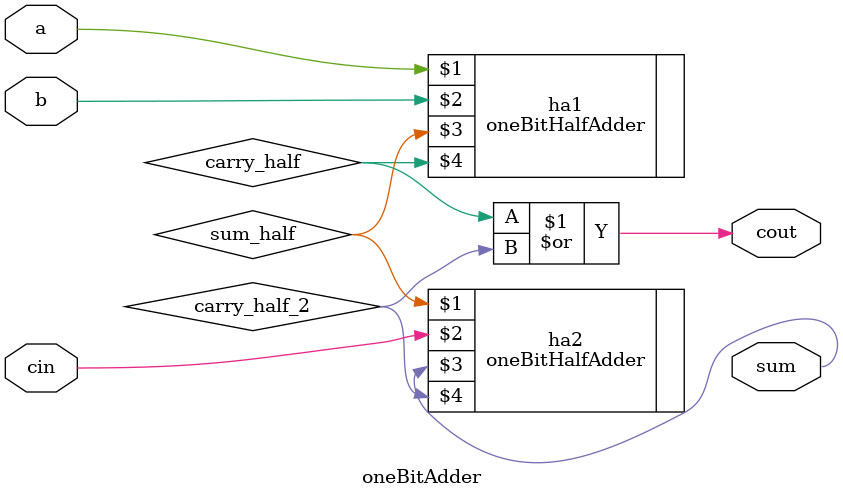
<source format=v>
`include "oneBitHalfAdder.v"

module oneBitAdder(a, b, cin, sum, cout);
    input a, b, cin;
    output sum, cout;
    wire sum_half, carry_half, carry_half_2;

    oneBitHalfAdder ha1(a, b, sum_half, carry_half);
    oneBitHalfAdder ha2(sum_half, cin, sum, carry_half_2);
    or o1(cout, carry_half, carry_half_2);
endmodule
</source>
